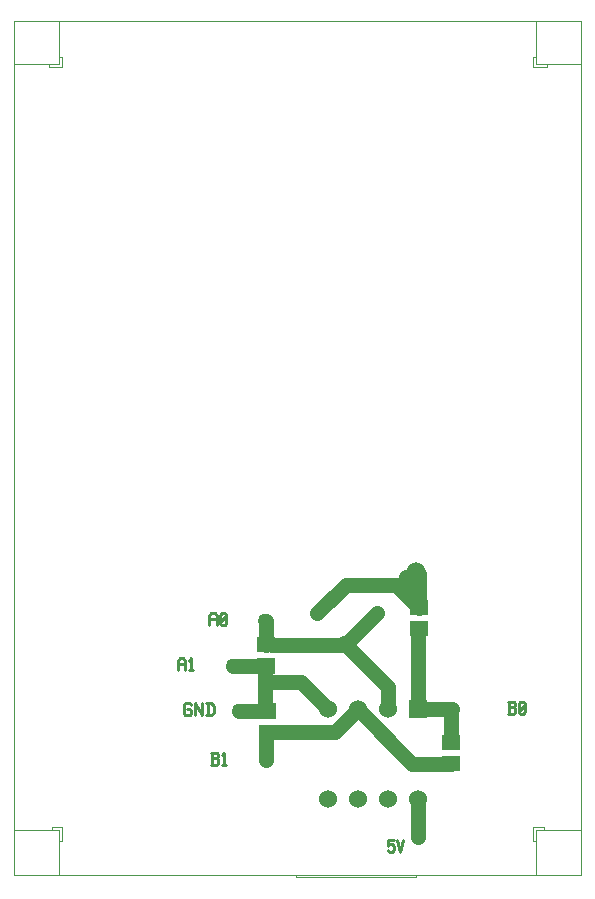
<source format=gbr>
G04 start of page 2 for group 0 idx 0 *
G04 Title: (unknown), component *
G04 Creator: pcb 20110918 *
G04 CreationDate: Fri Feb 24 13:22:54 2012 UTC *
G04 For: mldelibero *
G04 Format: Gerber/RS-274X *
G04 PCB-Dimensions: 600000 500000 *
G04 PCB-Coordinate-Origin: lower left *
%MOIN*%
%FSLAX25Y25*%
%LNTOP*%
%ADD20C,0.0276*%
%ADD19C,0.0280*%
%ADD18C,0.0350*%
%ADD17R,0.0512X0.0512*%
%ADD16C,0.0360*%
%ADD15C,0.0600*%
%ADD14C,0.0001*%
%ADD13C,0.0100*%
%ADD12C,0.0500*%
%ADD11C,0.0010*%
G54D11*X83000Y435500D02*X272000D01*
X257000Y423500D02*X256000D01*
Y420000D01*
X260500D01*
X257000Y435500D02*Y421000D01*
X272000D01*
X260500Y420000D02*Y421000D01*
X98000Y435500D02*Y421000D01*
X83000D01*
X98000Y423500D02*X99000D01*
Y420000D01*
X94500D01*
Y421000D01*
X272000Y435500D02*Y150700D01*
Y165700D02*X257000D01*
Y150700D01*
X259500Y165700D02*Y166700D01*
X272000Y150700D02*X83000D01*
Y435500D01*
Y165700D02*X98000D01*
Y150700D01*
X95500Y165700D02*Y166700D01*
X99000D01*
Y162200D01*
X98000D01*
X259500Y166700D02*X256000D01*
Y162200D01*
X257000D01*
X217000Y150700D02*Y150000D01*
X177000D01*
Y150700D01*
G54D12*X189857Y198357D02*X197500Y206000D01*
X167000Y198357D02*X189857D01*
X178500Y215000D02*X166607D01*
X187500Y206000D02*X178500Y215000D01*
X166607Y205443D02*X158000D01*
X167000Y189000D02*Y198357D01*
X166607Y220500D02*Y205443D01*
X167000Y227586D02*Y235500D01*
X156000Y220500D02*X167000D01*
X192586Y227586D02*X169000D01*
X193000Y228000D02*X192586Y227586D01*
X228500Y195436D02*Y206000D01*
X228107Y195043D02*X228500Y195436D01*
X215543Y187957D02*X228500D01*
X197500Y206000D02*X215543Y187957D01*
X229000Y206000D02*X217500D01*
Y176000D02*Y163500D01*
X193500Y247500D02*X184000Y238000D01*
X210150Y247500D02*X193500D01*
X207500Y213500D02*Y206000D01*
X193000Y228000D02*X207500Y213500D01*
X194000Y228000D02*X193000D01*
X204000Y238000D02*X194000Y228000D01*
X213500Y244150D02*Y250000D01*
X218000Y239650D02*X213500Y244150D01*
X218000Y251000D02*Y239650D01*
X217000Y252000D02*X218000Y251000D01*
X217607Y240043D02*X210150Y247500D01*
X217500Y206000D02*Y232957D01*
G54D13*X207500Y162500D02*X209500D01*
X207500D02*Y160500D01*
X208000Y161000D01*
X209000D01*
X209500Y160500D01*
Y159000D01*
X209000Y158500D02*X209500Y159000D01*
X208000Y158500D02*X209000D01*
X207500Y159000D02*X208000Y158500D01*
X210700Y162500D02*X211700Y158500D01*
X212700Y162500D01*
X148000Y237000D02*Y234000D01*
Y237000D02*X148700Y238000D01*
X149800D01*
X150500Y237000D01*
Y234000D01*
X148000Y236000D02*X150500D01*
X151700Y234500D02*X152200Y234000D01*
X151700Y237500D02*Y234500D01*
Y237500D02*X152200Y238000D01*
X153200D01*
X153700Y237500D01*
Y234500D01*
X153200Y234000D02*X153700Y234500D01*
X152200Y234000D02*X153200D01*
X151700Y235000D02*X153700Y237000D01*
X137500Y222000D02*Y219000D01*
Y222000D02*X138200Y223000D01*
X139300D01*
X140000Y222000D01*
Y219000D01*
X137500Y221000D02*X140000D01*
X141200Y222200D02*X142000Y223000D01*
Y219000D01*
X141200D02*X142700D01*
X141500Y208000D02*X142000Y207500D01*
X140000Y208000D02*X141500D01*
X139500Y207500D02*X140000Y208000D01*
X139500Y207500D02*Y204500D01*
X140000Y204000D01*
X141500D01*
X142000Y204500D01*
Y205500D02*Y204500D01*
X141500Y206000D02*X142000Y205500D01*
X140500Y206000D02*X141500D01*
X143200Y208000D02*Y204000D01*
Y208000D02*X145700Y204000D01*
Y208000D02*Y204000D01*
X147400Y208000D02*Y204000D01*
X148700Y208000D02*X149400Y207300D01*
Y204700D01*
X148700Y204000D02*X149400Y204700D01*
X146900Y204000D02*X148700D01*
X146900Y208000D02*X148700D01*
X148500Y187500D02*X150500D01*
X151000Y188000D01*
Y189200D02*Y188000D01*
X150500Y189700D02*X151000Y189200D01*
X149000Y189700D02*X150500D01*
X149000Y191500D02*Y187500D01*
X148500Y191500D02*X150500D01*
X151000Y191000D01*
Y190200D01*
X150500Y189700D02*X151000Y190200D01*
X152200Y190700D02*X153000Y191500D01*
Y187500D01*
X152200D02*X153700D01*
X247500Y204500D02*X249500D01*
X250000Y205000D01*
Y206200D02*Y205000D01*
X249500Y206700D02*X250000Y206200D01*
X248000Y206700D02*X249500D01*
X248000Y208500D02*Y204500D01*
X247500Y208500D02*X249500D01*
X250000Y208000D01*
Y207200D01*
X249500Y206700D02*X250000Y207200D01*
X251200Y205000D02*X251700Y204500D01*
X251200Y208000D02*Y205000D01*
Y208000D02*X251700Y208500D01*
X252700D01*
X253200Y208000D01*
Y205000D01*
X252700Y204500D02*X253200Y205000D01*
X251700Y204500D02*X252700D01*
X251200Y205500D02*X253200Y207500D01*
G54D12*X229000Y206000D03*
X217500Y163500D03*
G54D14*G36*
X214500Y209000D02*Y203000D01*
X220500D01*
Y209000D01*
X214500D01*
G37*
G54D15*X217500Y176000D03*
G54D12*X166500Y235500D03*
X156000Y220500D03*
X158000Y205500D03*
X167000Y189000D03*
G54D15*X207500Y206000D03*
X197500D03*
G54D16*X193000Y228000D03*
X204000Y238000D03*
G54D15*X187500Y206000D03*
G54D16*X184000Y238000D03*
G54D15*X187500Y176000D03*
X197500D03*
X207500D03*
G54D17*X228107Y187957D02*X228893D01*
X228107Y195043D02*X228893D01*
X217607Y240043D02*X218393D01*
X217607Y232957D02*X218393D01*
X166607Y220500D02*X167393D01*
X166607Y227586D02*X167393D01*
X167007Y205443D02*X167793D01*
X167007Y198357D02*X167793D01*
G54D15*X217000Y252000D03*
G54D18*G54D19*G54D18*G54D19*G54D20*G54D19*G54D20*G54D19*M02*

</source>
